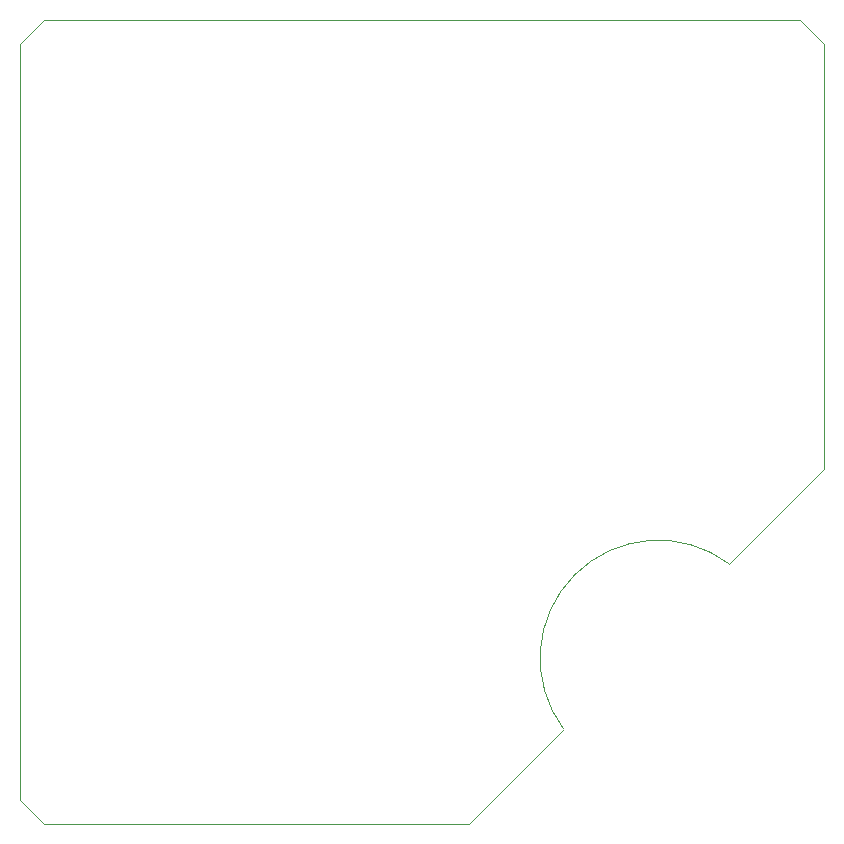
<source format=gbr>
G04 #@! TF.GenerationSoftware,KiCad,Pcbnew,(5.1.6)-1*
G04 #@! TF.CreationDate,2020-09-05T20:29:05+02:00*
G04 #@! TF.ProjectId,netmeter_panel_ping,6e65746d-6574-4657-925f-70616e656c5f,rev?*
G04 #@! TF.SameCoordinates,Original*
G04 #@! TF.FileFunction,Profile,NP*
%FSLAX46Y46*%
G04 Gerber Fmt 4.6, Leading zero omitted, Abs format (unit mm)*
G04 Created by KiCad (PCBNEW (5.1.6)-1) date 2020-09-05 20:29:05*
%MOMM*%
%LPD*%
G01*
G04 APERTURE LIST*
G04 #@! TA.AperFunction,Profile*
%ADD10C,0.050000*%
G04 #@! TD*
G04 APERTURE END LIST*
D10*
X146000002Y-131999998D02*
G75*
G02*
X159999998Y-118000002I7999998J5999998D01*
G01*
X100000000Y-138000000D02*
X100000000Y-74000000D01*
X160999999Y-117000001D02*
X160000000Y-118000000D01*
X145000001Y-132999999D02*
X146000000Y-132000000D01*
X102000000Y-72000000D02*
X166000000Y-72000000D01*
X168000000Y-110000000D02*
X168000000Y-74000000D01*
X102000000Y-140000000D02*
X138000000Y-140000000D01*
X168000000Y-110000000D02*
X160999999Y-117000001D01*
X138000000Y-140000000D02*
X145000001Y-132999999D01*
X100000000Y-138000000D02*
X102000000Y-140000000D01*
X166000000Y-72000000D02*
X168000000Y-74000000D01*
X102000000Y-72000000D02*
X100000000Y-74000000D01*
M02*

</source>
